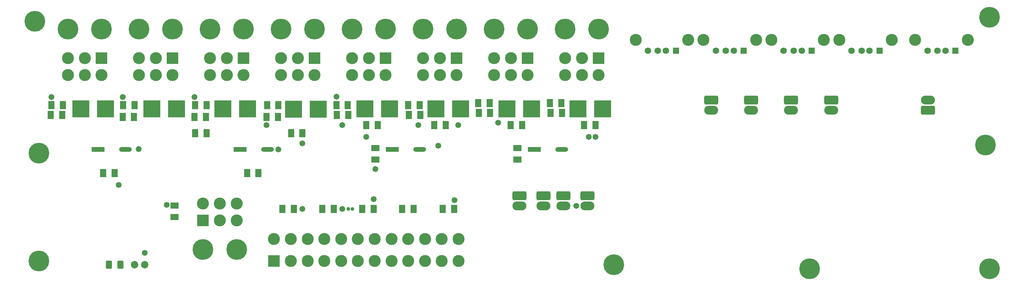
<source format=gts>
G04 Layer_Color=8388736*
%FSLAX44Y44*%
%MOMM*%
G71*
G01*
G75*
%ADD44R,1.5032X2.0032*%
%ADD45R,2.0032X1.5032*%
G04:AMPARAMS|DCode=46|XSize=2.0032mm|YSize=1.5032mm|CornerRadius=0.2641mm|HoleSize=0mm|Usage=FLASHONLY|Rotation=90.000|XOffset=0mm|YOffset=0mm|HoleType=Round|Shape=RoundedRectangle|*
%AMROUNDEDRECTD46*
21,1,2.0032,0.9750,0,0,90.0*
21,1,1.4750,1.5032,0,0,90.0*
1,1,0.5282,0.4875,0.7375*
1,1,0.5282,0.4875,-0.7375*
1,1,0.5282,-0.4875,-0.7375*
1,1,0.5282,-0.4875,0.7375*
%
%ADD46ROUNDEDRECTD46*%
G04:AMPARAMS|DCode=47|XSize=0.8032mm|YSize=0.8032mm|CornerRadius=0.1616mm|HoleSize=0mm|Usage=FLASHONLY|Rotation=270.000|XOffset=0mm|YOffset=0mm|HoleType=Round|Shape=RoundedRectangle|*
%AMROUNDEDRECTD47*
21,1,0.8032,0.4800,0,0,270.0*
21,1,0.4800,0.8032,0,0,270.0*
1,1,0.3232,-0.2400,-0.2400*
1,1,0.3232,-0.2400,0.2400*
1,1,0.3232,0.2400,0.2400*
1,1,0.3232,0.2400,-0.2400*
%
%ADD47ROUNDEDRECTD47*%
%ADD48O,3.5052X2.2352*%
G04:AMPARAMS|DCode=49|XSize=3.5052mm|YSize=2.2352mm|CornerRadius=0.3556mm|HoleSize=0mm|Usage=FLASHONLY|Rotation=180.000|XOffset=0mm|YOffset=0mm|HoleType=Round|Shape=RoundedRectangle|*
%AMROUNDEDRECTD49*
21,1,3.5052,1.5240,0,0,180.0*
21,1,2.7940,2.2352,0,0,180.0*
1,1,0.7112,-1.3970,0.7620*
1,1,0.7112,1.3970,0.7620*
1,1,0.7112,1.3970,-0.7620*
1,1,0.7112,-1.3970,-0.7620*
%
%ADD49ROUNDEDRECTD49*%
%ADD50R,3.2032X1.2032*%
%ADD51O,3.2032X1.2032*%
%ADD52C,3.0032*%
%ADD53C,1.6312*%
%ADD54R,1.6312X1.6312*%
%ADD55C,5.2032*%
%ADD56R,3.0032X3.0032*%
%ADD57C,1.7272*%
G04:AMPARAMS|DCode=58|XSize=1.7272mm|YSize=1.7272mm|CornerRadius=0.2921mm|HoleSize=0mm|Usage=FLASHONLY|Rotation=180.000|XOffset=0mm|YOffset=0mm|HoleType=Round|Shape=RoundedRectangle|*
%AMROUNDEDRECTD58*
21,1,1.7272,1.1430,0,0,180.0*
21,1,1.1430,1.7272,0,0,180.0*
1,1,0.5842,-0.5715,0.5715*
1,1,0.5842,0.5715,0.5715*
1,1,0.5842,0.5715,-0.5715*
1,1,0.5842,-0.5715,-0.5715*
%
%ADD58ROUNDEDRECTD58*%
%ADD59R,4.2632X4.2632*%
%ADD60C,1.8542*%
%ADD61C,1.4732*%
D44*
X1610000Y980000D02*
D03*
X1581500D02*
D03*
X1430000D02*
D03*
X1401500D02*
D03*
X1255000Y975000D02*
D03*
X1226500D02*
D03*
X1075000D02*
D03*
X1046500D02*
D03*
X1045000Y1000000D02*
D03*
X1073500D02*
D03*
X870000Y970000D02*
D03*
X898500D02*
D03*
X690000D02*
D03*
X718500D02*
D03*
X510000D02*
D03*
X538500D02*
D03*
X330000Y975000D02*
D03*
X358500D02*
D03*
X1665000Y950000D02*
D03*
X1693500D02*
D03*
X1510000D02*
D03*
X1481500D02*
D03*
X1290000D02*
D03*
X1318500D02*
D03*
X1120000D02*
D03*
X1148500D02*
D03*
X960000Y930000D02*
D03*
X931500D02*
D03*
X720000D02*
D03*
X691500D02*
D03*
X850000Y830000D02*
D03*
X821500D02*
D03*
X490000D02*
D03*
X461500D02*
D03*
X1210000Y740000D02*
D03*
X1238500D02*
D03*
X1580000Y1005000D02*
D03*
X1608500D02*
D03*
X1340000Y740000D02*
D03*
X1311500D02*
D03*
X1400000Y1005000D02*
D03*
X1428500D02*
D03*
X1110000Y740000D02*
D03*
X1138500D02*
D03*
X1225000Y1000000D02*
D03*
X1253500D02*
D03*
X1010000Y740000D02*
D03*
X1038500D02*
D03*
X910000D02*
D03*
X938500D02*
D03*
X900000Y1000000D02*
D03*
X871500D02*
D03*
X720000D02*
D03*
X691500D02*
D03*
X540000D02*
D03*
X511500D02*
D03*
X360000D02*
D03*
X331500D02*
D03*
D45*
X1498600Y863600D02*
D03*
Y892100D02*
D03*
X1143000Y863600D02*
D03*
Y892100D02*
D03*
X640000Y720000D02*
D03*
Y748500D02*
D03*
D46*
X504500Y600000D02*
D03*
X475500D02*
D03*
D47*
X1085000Y740000D02*
D03*
X1075000D02*
D03*
D48*
X2526350Y1012700D02*
D03*
X2283650Y987300D02*
D03*
X2183650D02*
D03*
X2083650D02*
D03*
X1983650D02*
D03*
X1673650Y747300D02*
D03*
X1613650D02*
D03*
X1563650D02*
D03*
X1503650D02*
D03*
D49*
X2526350Y987300D02*
D03*
X2283650Y1012700D02*
D03*
X2183650D02*
D03*
X2083650D02*
D03*
X1983650D02*
D03*
X1673650Y772700D02*
D03*
X1613650D02*
D03*
X1563650D02*
D03*
X1503650D02*
D03*
D50*
X1540510Y889000D02*
D03*
X1184910D02*
D03*
X803910D02*
D03*
X448310D02*
D03*
D51*
X1609090D02*
D03*
X1253490D02*
D03*
X872490D02*
D03*
X516890D02*
D03*
D52*
X1794300Y1163500D02*
D03*
X1925699D02*
D03*
X2304300D02*
D03*
X2435699D02*
D03*
X2134301D02*
D03*
X2265700D02*
D03*
X1964300D02*
D03*
X2095700D02*
D03*
X2494300D02*
D03*
X2625699D02*
D03*
X1351000Y664600D02*
D03*
X1309000D02*
D03*
X1267000D02*
D03*
X1225000D02*
D03*
X1183000D02*
D03*
X1141000D02*
D03*
X1099000D02*
D03*
X1057000D02*
D03*
X1015000D02*
D03*
X973000D02*
D03*
X931000D02*
D03*
X889000D02*
D03*
X1351000Y609600D02*
D03*
X1309000D02*
D03*
X1267000D02*
D03*
X1225000D02*
D03*
X1183000D02*
D03*
X1141000D02*
D03*
X1099000D02*
D03*
X1057000D02*
D03*
X1015000D02*
D03*
X973000D02*
D03*
X931000D02*
D03*
X795200Y753200D02*
D03*
X753200D02*
D03*
X711200D02*
D03*
X795200Y711200D02*
D03*
X753200D02*
D03*
X1617800Y1075600D02*
D03*
X1659800D02*
D03*
X1701800D02*
D03*
X1617800Y1117600D02*
D03*
X1659800D02*
D03*
X1440000Y1075600D02*
D03*
X1482000D02*
D03*
X1524000D02*
D03*
X1440000Y1117600D02*
D03*
X1482000D02*
D03*
X1262200Y1075600D02*
D03*
X1304200D02*
D03*
X1346200D02*
D03*
X1262200Y1117600D02*
D03*
X1304200D02*
D03*
X1084400Y1075600D02*
D03*
X1126400D02*
D03*
X1168400D02*
D03*
X1084400Y1117600D02*
D03*
X1126400D02*
D03*
X906600Y1075600D02*
D03*
X948600D02*
D03*
X990600D02*
D03*
X906600Y1117600D02*
D03*
X948600D02*
D03*
X728800Y1075600D02*
D03*
X770800D02*
D03*
X812800D02*
D03*
X728800Y1117600D02*
D03*
X770800D02*
D03*
X551000Y1075600D02*
D03*
X593000D02*
D03*
X635000D02*
D03*
X551000Y1117600D02*
D03*
X593000D02*
D03*
X373200Y1075600D02*
D03*
X415200D02*
D03*
X457200D02*
D03*
X373200Y1117600D02*
D03*
X415200D02*
D03*
D53*
X1824999Y1136500D02*
D03*
X1850000D02*
D03*
X1870000D02*
D03*
X2334999D02*
D03*
X2360000D02*
D03*
X2380000D02*
D03*
X2164999D02*
D03*
X2190000D02*
D03*
X2210000D02*
D03*
X1994999D02*
D03*
X2020000D02*
D03*
X2040000D02*
D03*
X2524999D02*
D03*
X2550000D02*
D03*
X2570000D02*
D03*
D54*
X1894998D02*
D03*
X2404998D02*
D03*
X2234999D02*
D03*
X2064999D02*
D03*
X2594998D02*
D03*
D55*
X300000Y610000D02*
D03*
X2680000Y1220000D02*
D03*
X2230000Y590000D02*
D03*
X2670000Y900000D02*
D03*
X1740000Y600000D02*
D03*
X290000Y1210000D02*
D03*
X2680000Y590000D02*
D03*
X300000Y880000D02*
D03*
X795200Y638200D02*
D03*
X711200D02*
D03*
X1617800Y1190600D02*
D03*
X1701800D02*
D03*
X1440000D02*
D03*
X1524000D02*
D03*
X1262200D02*
D03*
X1346200D02*
D03*
X1084400D02*
D03*
X1168400D02*
D03*
X906600D02*
D03*
X990600D02*
D03*
X728800D02*
D03*
X812800D02*
D03*
X551000D02*
D03*
X635000D02*
D03*
X373200D02*
D03*
X457200D02*
D03*
D56*
X889000Y609600D02*
D03*
X711200Y711200D02*
D03*
X1701800Y1117600D02*
D03*
X1524000D02*
D03*
X1346200D02*
D03*
X1168400D02*
D03*
X990600D02*
D03*
X812800D02*
D03*
X635000D02*
D03*
X457200D02*
D03*
D57*
X2520000Y1012700D02*
D03*
X2290000Y987300D02*
D03*
X2190000D02*
D03*
X2090000D02*
D03*
X1990000D02*
D03*
X1680000Y747300D02*
D03*
X1620000D02*
D03*
X1570000D02*
D03*
X1510000D02*
D03*
D58*
X2520000Y987300D02*
D03*
X2290000Y1012700D02*
D03*
X2190000D02*
D03*
X2090000D02*
D03*
X1990000D02*
D03*
X1680000Y772700D02*
D03*
X1620000D02*
D03*
X1570000D02*
D03*
X1510000D02*
D03*
D59*
X1711800Y990600D02*
D03*
X1649800D02*
D03*
X1534000D02*
D03*
X1472000D02*
D03*
X1356200D02*
D03*
X1294200D02*
D03*
X1178400D02*
D03*
X1116400D02*
D03*
X1000000Y990000D02*
D03*
X938000D02*
D03*
X822800Y990600D02*
D03*
X760800D02*
D03*
X645000D02*
D03*
X583000D02*
D03*
X467200D02*
D03*
X405200D02*
D03*
D60*
X565400Y600000D02*
D03*
X540000D02*
D03*
D61*
X1341120Y762000D02*
D03*
X565400Y630000D02*
D03*
X620000Y750000D02*
D03*
X500000Y800000D02*
D03*
X550000Y890000D02*
D03*
X1450000Y956056D02*
D03*
X1300000Y898680D02*
D03*
X1250000Y950000D02*
D03*
X1060000D02*
D03*
X1120000Y920000D02*
D03*
X1143000Y840000D02*
D03*
X1138500Y764214D02*
D03*
X1060000Y740000D02*
D03*
X960000D02*
D03*
X1693500Y920000D02*
D03*
X1676654D02*
D03*
X1350000Y950000D02*
D03*
X1045000Y1021200D02*
D03*
X900000Y889000D02*
D03*
X960000Y904120D02*
D03*
X870000Y950000D02*
D03*
X690000Y1020600D02*
D03*
X510000Y1020000D02*
D03*
X331500D02*
D03*
X1645920Y747300D02*
D03*
M02*

</source>
